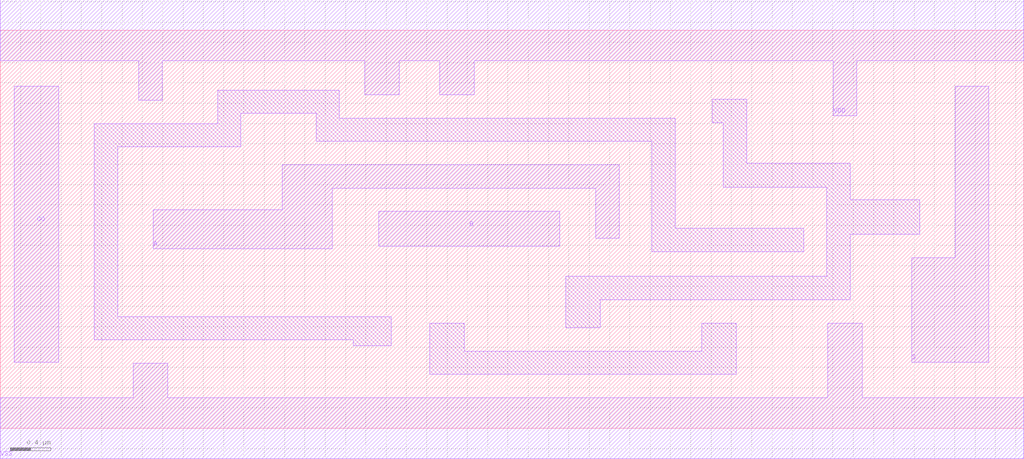
<source format=lef>
# Copyright 2022 GlobalFoundries PDK Authors
#
# Licensed under the Apache License, Version 2.0 (the "License");
# you may not use this file except in compliance with the License.
# You may obtain a copy of the License at
#
#      http://www.apache.org/licenses/LICENSE-2.0
#
# Unless required by applicable law or agreed to in writing, software
# distributed under the License is distributed on an "AS IS" BASIS,
# WITHOUT WARRANTIES OR CONDITIONS OF ANY KIND, either express or implied.
# See the License for the specific language governing permissions and
# limitations under the License.

MACRO gf180mcu_fd_sc_mcu7t5v0__addh_1
  CLASS core ;
  FOREIGN gf180mcu_fd_sc_mcu7t5v0__addh_1 0.0 0.0 ;
  ORIGIN 0 0 ;
  SYMMETRY X Y ;
  SITE GF018hv5v_mcu_sc7 ;
  SIZE 10.08 BY 3.92 ;
  PIN A
    DIRECTION INPUT ;
    ANTENNAGATEAREA 1.175 ;
    PORT
      LAYER Metal1 ;
        POLYGON 1.505 1.77 3.27 1.77 3.27 2.365 5.865 2.365 5.865 1.87 6.095 1.87 6.095 2.595 2.775 2.595 2.775 2.15 1.505 2.15  ;
    END
  END A
  PIN B
    DIRECTION INPUT ;
    ANTENNAGATEAREA 1.175 ;
    PORT
      LAYER Metal1 ;
        POLYGON 3.725 1.79 5.51 1.79 5.51 2.135 3.725 2.135  ;
    END
  END B
  PIN CO
    DIRECTION OUTPUT ;
    ANTENNADIFFAREA 0.8954 ;
    PORT
      LAYER Metal1 ;
        POLYGON 0.14 0.65 0.575 0.65 0.575 3.37 0.14 3.37  ;
    END
  END CO
  PIN S
    DIRECTION OUTPUT ;
    ANTENNADIFFAREA 0.8954 ;
    PORT
      LAYER Metal1 ;
        POLYGON 8.975 0.65 9.735 0.65 9.735 3.37 9.405 3.37 9.405 1.68 8.975 1.68  ;
    END
  END S
  PIN VDD
    DIRECTION INOUT ;
    USE power ;
    SHAPE ABUTMENT ;
    PORT
      LAYER Metal1 ;
        POLYGON 0 3.62 1.365 3.62 1.365 3.23 1.595 3.23 1.595 3.62 3.59 3.62 3.59 3.285 3.93 3.285 3.93 3.62 4.33 3.62 4.33 3.285 4.67 3.285 4.67 3.62 8.205 3.62 8.205 3.075 8.435 3.075 8.435 3.62 9.055 3.62 10.08 3.62 10.08 4.22 9.055 4.22 0 4.22  ;
    END
  END VDD
  PIN VSS
    DIRECTION INOUT ;
    USE ground ;
    SHAPE ABUTMENT ;
    PORT
      LAYER Metal1 ;
        POLYGON 0 -0.3 10.08 -0.3 10.08 0.3 8.49 0.3 8.49 1.035 8.15 1.035 8.15 0.3 1.65 0.3 1.65 0.64 1.31 0.64 1.31 0.3 0 0.3  ;
    END
  END VSS
  OBS
      LAYER Metal1 ;
        POLYGON 4.23 0.53 7.25 0.53 7.25 1.035 6.91 1.035 6.91 0.76 4.57 0.76 4.57 1.035 4.23 1.035  ;
        POLYGON 1.155 2.77 2.37 2.77 2.37 3.1 3.11 3.1 3.11 2.825 6.415 2.825 6.415 1.74 7.91 1.74 7.91 1.97 6.645 1.97 6.645 3.055 3.34 3.055 3.34 3.33 2.14 3.33 2.14 3 0.925 3 0.925 0.87 3.475 0.87 3.475 0.81 3.85 0.81 3.85 1.1 1.155 1.1  ;
        POLYGON 7.01 3.01 7.12 3.01 7.12 2.375 8.14 2.375 8.14 1.495 5.57 1.495 5.57 0.99 5.91 0.99 5.91 1.265 8.37 1.265 8.37 1.91 9.055 1.91 9.055 2.25 8.37 2.25 8.37 2.61 7.35 2.61 7.35 3.24 7.01 3.24  ;
  END
END gf180mcu_fd_sc_mcu7t5v0__addh_1

</source>
